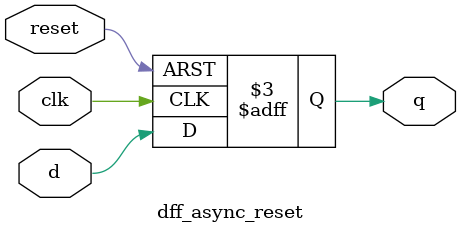
<source format=v>
module dff_async_reset(clk,reset,d,q);
    input clk;
    input reset;
    input d;
    output reg q;
    always @(negedge clk or negedge reset) begin
        if (reset==0)
            q <= 1'b0;
        else
            q <= d;
end
endmodule

</source>
